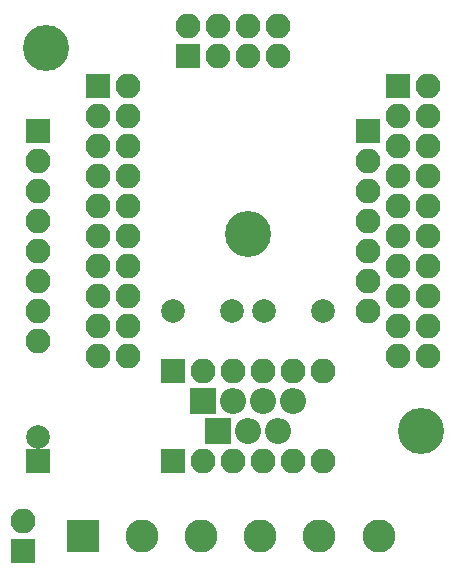
<source format=gts>
G04 #@! TF.FileFunction,Soldermask,Top*
%FSLAX46Y46*%
G04 Gerber Fmt 4.6, Leading zero omitted, Abs format (unit mm)*
G04 Created by KiCad (PCBNEW 4.0.7) date 05/17/20 12:06:38*
%MOMM*%
%LPD*%
G01*
G04 APERTURE LIST*
%ADD10C,0.100000*%
%ADD11C,2.000000*%
%ADD12R,2.100000X2.100000*%
%ADD13O,2.100000X2.100000*%
%ADD14R,2.800000X2.800000*%
%ADD15C,2.800000*%
%ADD16R,2.200000X2.200000*%
%ADD17O,2.200000X2.200000*%
%ADD18O,3.900000X3.900000*%
%ADD19R,2.000000X2.000000*%
%ADD20C,3.900000*%
G04 APERTURE END LIST*
D10*
D11*
X90170000Y-68580000D03*
X95170000Y-68580000D03*
X102870000Y-68580000D03*
X97870000Y-68580000D03*
D12*
X91440000Y-46990000D03*
D13*
X91440000Y-44450000D03*
X93980000Y-46990000D03*
X93980000Y-44450000D03*
X96520000Y-46990000D03*
X96520000Y-44450000D03*
X99060000Y-46990000D03*
X99060000Y-44450000D03*
D12*
X78740000Y-53340000D03*
D13*
X78740000Y-55880000D03*
X78740000Y-58420000D03*
X78740000Y-60960000D03*
X78740000Y-63500000D03*
X78740000Y-66040000D03*
X78740000Y-68580000D03*
X78740000Y-71120000D03*
D12*
X106680000Y-53340000D03*
D13*
X106680000Y-55880000D03*
X106680000Y-58420000D03*
X106680000Y-60960000D03*
X106680000Y-63500000D03*
X106680000Y-66040000D03*
X106680000Y-68580000D03*
D12*
X90170000Y-81280000D03*
D13*
X92710000Y-81280000D03*
X95250000Y-81280000D03*
X97790000Y-81280000D03*
X100330000Y-81280000D03*
X102870000Y-81280000D03*
D12*
X90170000Y-73660000D03*
D13*
X92710000Y-73660000D03*
X95250000Y-73660000D03*
X97790000Y-73660000D03*
X100330000Y-73660000D03*
X102870000Y-73660000D03*
D12*
X83820000Y-49530000D03*
D13*
X86360000Y-49530000D03*
X83820000Y-52070000D03*
X86360000Y-52070000D03*
X83820000Y-54610000D03*
X86360000Y-54610000D03*
X83820000Y-57150000D03*
X86360000Y-57150000D03*
X83820000Y-59690000D03*
X86360000Y-59690000D03*
X83820000Y-62230000D03*
X86360000Y-62230000D03*
X83820000Y-64770000D03*
X86360000Y-64770000D03*
X83820000Y-67310000D03*
X86360000Y-67310000D03*
X83820000Y-69850000D03*
X86360000Y-69850000D03*
X83820000Y-72390000D03*
X86360000Y-72390000D03*
D12*
X109220000Y-49530000D03*
D13*
X111760000Y-49530000D03*
X109220000Y-52070000D03*
X111760000Y-52070000D03*
X109220000Y-54610000D03*
X111760000Y-54610000D03*
X109220000Y-57150000D03*
X111760000Y-57150000D03*
X109220000Y-59690000D03*
X111760000Y-59690000D03*
X109220000Y-62230000D03*
X111760000Y-62230000D03*
X109220000Y-64770000D03*
X111760000Y-64770000D03*
X109220000Y-67310000D03*
X111760000Y-67310000D03*
X109220000Y-69850000D03*
X111760000Y-69850000D03*
X109220000Y-72390000D03*
X111760000Y-72390000D03*
D14*
X82550000Y-87630000D03*
D15*
X87550000Y-87630000D03*
X92550000Y-87630000D03*
X97550000Y-87630000D03*
X102550000Y-87630000D03*
X107550000Y-87630000D03*
D12*
X77470000Y-88900000D03*
D13*
X77470000Y-86360000D03*
D16*
X92710000Y-76200000D03*
D17*
X95250000Y-76200000D03*
X97790000Y-76200000D03*
X100330000Y-76200000D03*
D18*
X96520000Y-62080000D03*
D16*
X93980000Y-78740000D03*
D17*
X96520000Y-78740000D03*
X99060000Y-78740000D03*
D19*
X78740000Y-81280000D03*
D11*
X78740000Y-79280000D03*
D20*
X79375000Y-46355000D03*
X111125000Y-78740000D03*
M02*

</source>
